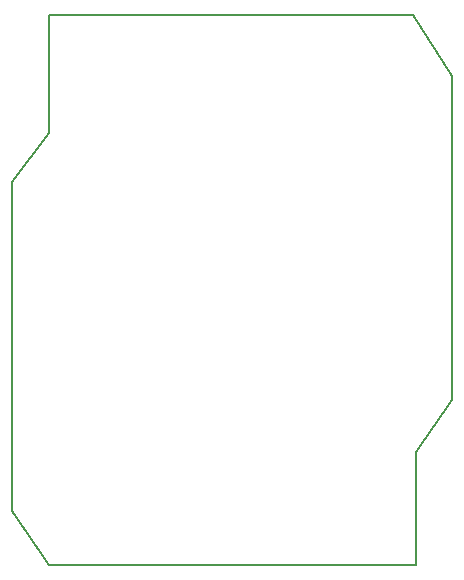
<source format=gbr>
G04 #@! TF.GenerationSoftware,KiCad,Pcbnew,5.1.4*
G04 #@! TF.CreationDate,2020-01-08T09:35:31-05:00*
G04 #@! TF.ProjectId,siot-node-relay,73696f74-2d6e-46f6-9465-2d72656c6179,rev?*
G04 #@! TF.SameCoordinates,Original*
G04 #@! TF.FileFunction,Profile,NP*
%FSLAX46Y46*%
G04 Gerber Fmt 4.6, Leading zero omitted, Abs format (unit mm)*
G04 Created by KiCad (PCBNEW 5.1.4) date 2020-01-08 09:35:31*
%MOMM*%
%LPD*%
G04 APERTURE LIST*
%ADD10C,0.200000*%
G04 APERTURE END LIST*
D10*
X195950000Y-109100000D02*
X199000000Y-104700000D01*
X195950000Y-118700000D02*
X195950000Y-109100000D01*
X161800000Y-114100000D02*
X164950000Y-118700000D01*
X164950000Y-82100000D02*
X161800000Y-86300000D01*
X164950000Y-72100000D02*
X164950000Y-82100000D01*
X195750000Y-72100000D02*
X199000000Y-77300000D01*
X195750000Y-72100000D02*
X164950000Y-72100000D01*
X161800000Y-86300000D02*
X161800000Y-114100000D01*
X164950000Y-118700000D02*
X195950000Y-118700000D01*
X199000000Y-104700000D02*
X199000000Y-77300000D01*
M02*

</source>
